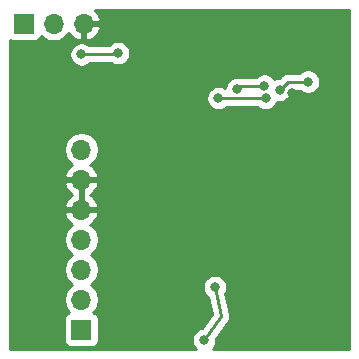
<source format=gbr>
%TF.GenerationSoftware,KiCad,Pcbnew,5.1.6-1.fc32*%
%TF.CreationDate,2020-06-07T18:14:15-07:00*%
%TF.ProjectId,hypnos,6879706e-6f73-42e6-9b69-6361645f7063,rev?*%
%TF.SameCoordinates,Original*%
%TF.FileFunction,Copper,L2,Bot*%
%TF.FilePolarity,Positive*%
%FSLAX46Y46*%
G04 Gerber Fmt 4.6, Leading zero omitted, Abs format (unit mm)*
G04 Created by KiCad (PCBNEW 5.1.6-1.fc32) date 2020-06-07 18:14:15*
%MOMM*%
%LPD*%
G01*
G04 APERTURE LIST*
%TA.AperFunction,ComponentPad*%
%ADD10O,1.700000X1.700000*%
%TD*%
%TA.AperFunction,ComponentPad*%
%ADD11R,1.700000X1.700000*%
%TD*%
%TA.AperFunction,ViaPad*%
%ADD12C,0.800000*%
%TD*%
%TA.AperFunction,Conductor*%
%ADD13C,0.250000*%
%TD*%
%TA.AperFunction,Conductor*%
%ADD14C,0.254000*%
%TD*%
G04 APERTURE END LIST*
D10*
%TO.P,J3,7*%
%TO.N,VDD*%
X106700000Y-107460000D03*
%TO.P,J3,6*%
%TO.N,GND*%
X106700000Y-110000000D03*
%TO.P,J3,5*%
X106700000Y-112540000D03*
%TO.P,J3,4*%
%TO.N,/~RESET*%
X106700000Y-115080000D03*
%TO.P,J3,3*%
%TO.N,/SWDCLK*%
X106700000Y-117620000D03*
%TO.P,J3,2*%
%TO.N,/SWDIO*%
X106700000Y-120160000D03*
D11*
%TO.P,J3,1*%
%TO.N,VDD*%
X106700000Y-122700000D03*
%TD*%
D10*
%TO.P,J1,3*%
%TO.N,GND*%
X106880000Y-96800000D03*
%TO.P,J1,2*%
%TO.N,/OFF_SWITCH*%
X104340000Y-96800000D03*
D11*
%TO.P,J1,1*%
%TO.N,/USER_INPUT*%
X101800000Y-96800000D03*
%TD*%
D12*
%TO.N,GND*%
X121700000Y-121700000D03*
X113600000Y-104800000D03*
X124500000Y-102700000D03*
X102300000Y-101900000D03*
X122614801Y-100514801D03*
X128400000Y-99300000D03*
%TO.N,VDD*%
X118000000Y-119100000D03*
X106700000Y-99400000D03*
X109800000Y-99300000D03*
X117100000Y-123600000D03*
%TO.N,Net-(U1-Pad8)*%
X122194525Y-102045249D03*
X119900000Y-102314990D03*
%TO.N,Net-(U1-Pad2)*%
X123484095Y-102397408D03*
X125885988Y-101714012D03*
%TO.N,/USER_INPUT*%
X122300000Y-103100000D03*
X118300000Y-103100000D03*
%TD*%
D13*
%TO.N,VDD*%
X106700000Y-99400000D02*
X109700000Y-99400000D01*
X109700000Y-99400000D02*
X109800000Y-99300000D01*
X117100000Y-123600000D02*
X118555086Y-121544913D01*
X118555086Y-121544913D02*
X118000000Y-119100000D01*
%TO.N,Net-(U1-Pad8)*%
X120169741Y-102045249D02*
X119900000Y-102314990D01*
X122194525Y-102045249D02*
X120169741Y-102045249D01*
%TO.N,Net-(U1-Pad2)*%
X125885988Y-101714012D02*
X124167491Y-101714012D01*
X124167491Y-101714012D02*
X123484095Y-102397408D01*
%TO.N,/USER_INPUT*%
X122300000Y-103100000D02*
X118300000Y-103100000D01*
%TD*%
D14*
%TO.N,GND*%
G36*
X129340001Y-124340000D02*
G01*
X117823711Y-124340000D01*
X117903937Y-124259774D01*
X118017205Y-124090256D01*
X118095226Y-123901898D01*
X118135000Y-123701939D01*
X118135000Y-123498061D01*
X118128068Y-123463211D01*
X119165650Y-121997785D01*
X119201243Y-121951955D01*
X119225560Y-121903361D01*
X119252467Y-121856139D01*
X119258996Y-121836542D01*
X119268237Y-121818074D01*
X119282606Y-121765671D01*
X119299785Y-121714106D01*
X119302365Y-121693614D01*
X119307826Y-121673697D01*
X119311696Y-121619489D01*
X119318483Y-121565572D01*
X119317015Y-121544972D01*
X119318486Y-121524370D01*
X119311705Y-121470439D01*
X119307844Y-121416243D01*
X119292510Y-121360286D01*
X118897383Y-119619922D01*
X118917205Y-119590256D01*
X118995226Y-119401898D01*
X119035000Y-119201939D01*
X119035000Y-118998061D01*
X118995226Y-118798102D01*
X118917205Y-118609744D01*
X118803937Y-118440226D01*
X118659774Y-118296063D01*
X118490256Y-118182795D01*
X118301898Y-118104774D01*
X118101939Y-118065000D01*
X117898061Y-118065000D01*
X117698102Y-118104774D01*
X117509744Y-118182795D01*
X117340226Y-118296063D01*
X117196063Y-118440226D01*
X117082795Y-118609744D01*
X117004774Y-118798102D01*
X116965000Y-118998061D01*
X116965000Y-119201939D01*
X117004774Y-119401898D01*
X117082795Y-119590256D01*
X117196063Y-119759774D01*
X117340226Y-119903937D01*
X117414441Y-119953526D01*
X117738869Y-121382493D01*
X116885795Y-122587331D01*
X116798102Y-122604774D01*
X116609744Y-122682795D01*
X116440226Y-122796063D01*
X116296063Y-122940226D01*
X116182795Y-123109744D01*
X116104774Y-123298102D01*
X116065000Y-123498061D01*
X116065000Y-123701939D01*
X116104774Y-123901898D01*
X116182795Y-124090256D01*
X116296063Y-124259774D01*
X116376289Y-124340000D01*
X100660000Y-124340000D01*
X100660000Y-121850000D01*
X105211928Y-121850000D01*
X105211928Y-123550000D01*
X105224188Y-123674482D01*
X105260498Y-123794180D01*
X105319463Y-123904494D01*
X105398815Y-124001185D01*
X105495506Y-124080537D01*
X105605820Y-124139502D01*
X105725518Y-124175812D01*
X105850000Y-124188072D01*
X107550000Y-124188072D01*
X107674482Y-124175812D01*
X107794180Y-124139502D01*
X107904494Y-124080537D01*
X108001185Y-124001185D01*
X108080537Y-123904494D01*
X108139502Y-123794180D01*
X108175812Y-123674482D01*
X108188072Y-123550000D01*
X108188072Y-121850000D01*
X108175812Y-121725518D01*
X108139502Y-121605820D01*
X108080537Y-121495506D01*
X108001185Y-121398815D01*
X107904494Y-121319463D01*
X107794180Y-121260498D01*
X107721620Y-121238487D01*
X107853475Y-121106632D01*
X108015990Y-120863411D01*
X108127932Y-120593158D01*
X108185000Y-120306260D01*
X108185000Y-120013740D01*
X108127932Y-119726842D01*
X108015990Y-119456589D01*
X107853475Y-119213368D01*
X107646632Y-119006525D01*
X107472240Y-118890000D01*
X107646632Y-118773475D01*
X107853475Y-118566632D01*
X108015990Y-118323411D01*
X108127932Y-118053158D01*
X108185000Y-117766260D01*
X108185000Y-117473740D01*
X108127932Y-117186842D01*
X108015990Y-116916589D01*
X107853475Y-116673368D01*
X107646632Y-116466525D01*
X107472240Y-116350000D01*
X107646632Y-116233475D01*
X107853475Y-116026632D01*
X108015990Y-115783411D01*
X108127932Y-115513158D01*
X108185000Y-115226260D01*
X108185000Y-114933740D01*
X108127932Y-114646842D01*
X108015990Y-114376589D01*
X107853475Y-114133368D01*
X107646632Y-113926525D01*
X107464466Y-113804805D01*
X107581355Y-113735178D01*
X107797588Y-113540269D01*
X107971641Y-113306920D01*
X108096825Y-113044099D01*
X108141476Y-112896890D01*
X108020155Y-112667000D01*
X106827000Y-112667000D01*
X106827000Y-112687000D01*
X106573000Y-112687000D01*
X106573000Y-112667000D01*
X105379845Y-112667000D01*
X105258524Y-112896890D01*
X105303175Y-113044099D01*
X105428359Y-113306920D01*
X105602412Y-113540269D01*
X105818645Y-113735178D01*
X105935534Y-113804805D01*
X105753368Y-113926525D01*
X105546525Y-114133368D01*
X105384010Y-114376589D01*
X105272068Y-114646842D01*
X105215000Y-114933740D01*
X105215000Y-115226260D01*
X105272068Y-115513158D01*
X105384010Y-115783411D01*
X105546525Y-116026632D01*
X105753368Y-116233475D01*
X105927760Y-116350000D01*
X105753368Y-116466525D01*
X105546525Y-116673368D01*
X105384010Y-116916589D01*
X105272068Y-117186842D01*
X105215000Y-117473740D01*
X105215000Y-117766260D01*
X105272068Y-118053158D01*
X105384010Y-118323411D01*
X105546525Y-118566632D01*
X105753368Y-118773475D01*
X105927760Y-118890000D01*
X105753368Y-119006525D01*
X105546525Y-119213368D01*
X105384010Y-119456589D01*
X105272068Y-119726842D01*
X105215000Y-120013740D01*
X105215000Y-120306260D01*
X105272068Y-120593158D01*
X105384010Y-120863411D01*
X105546525Y-121106632D01*
X105678380Y-121238487D01*
X105605820Y-121260498D01*
X105495506Y-121319463D01*
X105398815Y-121398815D01*
X105319463Y-121495506D01*
X105260498Y-121605820D01*
X105224188Y-121725518D01*
X105211928Y-121850000D01*
X100660000Y-121850000D01*
X100660000Y-110356890D01*
X105258524Y-110356890D01*
X105303175Y-110504099D01*
X105428359Y-110766920D01*
X105602412Y-111000269D01*
X105818645Y-111195178D01*
X105944255Y-111270000D01*
X105818645Y-111344822D01*
X105602412Y-111539731D01*
X105428359Y-111773080D01*
X105303175Y-112035901D01*
X105258524Y-112183110D01*
X105379845Y-112413000D01*
X106573000Y-112413000D01*
X106573000Y-110127000D01*
X106827000Y-110127000D01*
X106827000Y-112413000D01*
X108020155Y-112413000D01*
X108141476Y-112183110D01*
X108096825Y-112035901D01*
X107971641Y-111773080D01*
X107797588Y-111539731D01*
X107581355Y-111344822D01*
X107455745Y-111270000D01*
X107581355Y-111195178D01*
X107797588Y-111000269D01*
X107971641Y-110766920D01*
X108096825Y-110504099D01*
X108141476Y-110356890D01*
X108020155Y-110127000D01*
X106827000Y-110127000D01*
X106573000Y-110127000D01*
X105379845Y-110127000D01*
X105258524Y-110356890D01*
X100660000Y-110356890D01*
X100660000Y-107313740D01*
X105215000Y-107313740D01*
X105215000Y-107606260D01*
X105272068Y-107893158D01*
X105384010Y-108163411D01*
X105546525Y-108406632D01*
X105753368Y-108613475D01*
X105935534Y-108735195D01*
X105818645Y-108804822D01*
X105602412Y-108999731D01*
X105428359Y-109233080D01*
X105303175Y-109495901D01*
X105258524Y-109643110D01*
X105379845Y-109873000D01*
X106573000Y-109873000D01*
X106573000Y-109853000D01*
X106827000Y-109853000D01*
X106827000Y-109873000D01*
X108020155Y-109873000D01*
X108141476Y-109643110D01*
X108096825Y-109495901D01*
X107971641Y-109233080D01*
X107797588Y-108999731D01*
X107581355Y-108804822D01*
X107464466Y-108735195D01*
X107646632Y-108613475D01*
X107853475Y-108406632D01*
X108015990Y-108163411D01*
X108127932Y-107893158D01*
X108185000Y-107606260D01*
X108185000Y-107313740D01*
X108127932Y-107026842D01*
X108015990Y-106756589D01*
X107853475Y-106513368D01*
X107646632Y-106306525D01*
X107403411Y-106144010D01*
X107133158Y-106032068D01*
X106846260Y-105975000D01*
X106553740Y-105975000D01*
X106266842Y-106032068D01*
X105996589Y-106144010D01*
X105753368Y-106306525D01*
X105546525Y-106513368D01*
X105384010Y-106756589D01*
X105272068Y-107026842D01*
X105215000Y-107313740D01*
X100660000Y-107313740D01*
X100660000Y-102998061D01*
X117265000Y-102998061D01*
X117265000Y-103201939D01*
X117304774Y-103401898D01*
X117382795Y-103590256D01*
X117496063Y-103759774D01*
X117640226Y-103903937D01*
X117809744Y-104017205D01*
X117998102Y-104095226D01*
X118198061Y-104135000D01*
X118401939Y-104135000D01*
X118601898Y-104095226D01*
X118790256Y-104017205D01*
X118959774Y-103903937D01*
X119003711Y-103860000D01*
X121596289Y-103860000D01*
X121640226Y-103903937D01*
X121809744Y-104017205D01*
X121998102Y-104095226D01*
X122198061Y-104135000D01*
X122401939Y-104135000D01*
X122601898Y-104095226D01*
X122790256Y-104017205D01*
X122959774Y-103903937D01*
X123103937Y-103759774D01*
X123217205Y-103590256D01*
X123290167Y-103414110D01*
X123382156Y-103432408D01*
X123586034Y-103432408D01*
X123785993Y-103392634D01*
X123974351Y-103314613D01*
X124143869Y-103201345D01*
X124288032Y-103057182D01*
X124401300Y-102887664D01*
X124479321Y-102699306D01*
X124519095Y-102499347D01*
X124519095Y-102474012D01*
X125182277Y-102474012D01*
X125226214Y-102517949D01*
X125395732Y-102631217D01*
X125584090Y-102709238D01*
X125784049Y-102749012D01*
X125987927Y-102749012D01*
X126187886Y-102709238D01*
X126376244Y-102631217D01*
X126545762Y-102517949D01*
X126689925Y-102373786D01*
X126803193Y-102204268D01*
X126881214Y-102015910D01*
X126920988Y-101815951D01*
X126920988Y-101612073D01*
X126881214Y-101412114D01*
X126803193Y-101223756D01*
X126689925Y-101054238D01*
X126545762Y-100910075D01*
X126376244Y-100796807D01*
X126187886Y-100718786D01*
X125987927Y-100679012D01*
X125784049Y-100679012D01*
X125584090Y-100718786D01*
X125395732Y-100796807D01*
X125226214Y-100910075D01*
X125182277Y-100954012D01*
X124204814Y-100954012D01*
X124167491Y-100950336D01*
X124130168Y-100954012D01*
X124130158Y-100954012D01*
X124018505Y-100965009D01*
X123875244Y-101008466D01*
X123743214Y-101079038D01*
X123683501Y-101128044D01*
X123627490Y-101174011D01*
X123603692Y-101203010D01*
X123444293Y-101362408D01*
X123382156Y-101362408D01*
X123182197Y-101402182D01*
X123047034Y-101458169D01*
X122998462Y-101385475D01*
X122854299Y-101241312D01*
X122684781Y-101128044D01*
X122496423Y-101050023D01*
X122296464Y-101010249D01*
X122092586Y-101010249D01*
X121892627Y-101050023D01*
X121704269Y-101128044D01*
X121534751Y-101241312D01*
X121490814Y-101285249D01*
X120207063Y-101285249D01*
X120169740Y-101281573D01*
X120132417Y-101285249D01*
X120132408Y-101285249D01*
X120062830Y-101292102D01*
X120001939Y-101279990D01*
X119798061Y-101279990D01*
X119598102Y-101319764D01*
X119409744Y-101397785D01*
X119240226Y-101511053D01*
X119096063Y-101655216D01*
X118982795Y-101824734D01*
X118904774Y-102013092D01*
X118865000Y-102213051D01*
X118865000Y-102232737D01*
X118790256Y-102182795D01*
X118601898Y-102104774D01*
X118401939Y-102065000D01*
X118198061Y-102065000D01*
X117998102Y-102104774D01*
X117809744Y-102182795D01*
X117640226Y-102296063D01*
X117496063Y-102440226D01*
X117382795Y-102609744D01*
X117304774Y-102798102D01*
X117265000Y-102998061D01*
X100660000Y-102998061D01*
X100660000Y-99298061D01*
X105665000Y-99298061D01*
X105665000Y-99501939D01*
X105704774Y-99701898D01*
X105782795Y-99890256D01*
X105896063Y-100059774D01*
X106040226Y-100203937D01*
X106209744Y-100317205D01*
X106398102Y-100395226D01*
X106598061Y-100435000D01*
X106801939Y-100435000D01*
X107001898Y-100395226D01*
X107190256Y-100317205D01*
X107359774Y-100203937D01*
X107403711Y-100160000D01*
X109224130Y-100160000D01*
X109309744Y-100217205D01*
X109498102Y-100295226D01*
X109698061Y-100335000D01*
X109901939Y-100335000D01*
X110101898Y-100295226D01*
X110290256Y-100217205D01*
X110459774Y-100103937D01*
X110603937Y-99959774D01*
X110717205Y-99790256D01*
X110795226Y-99601898D01*
X110835000Y-99401939D01*
X110835000Y-99198061D01*
X110795226Y-98998102D01*
X110717205Y-98809744D01*
X110603937Y-98640226D01*
X110459774Y-98496063D01*
X110290256Y-98382795D01*
X110101898Y-98304774D01*
X109901939Y-98265000D01*
X109698061Y-98265000D01*
X109498102Y-98304774D01*
X109309744Y-98382795D01*
X109140226Y-98496063D01*
X108996289Y-98640000D01*
X107403711Y-98640000D01*
X107359774Y-98596063D01*
X107190256Y-98482795D01*
X107001898Y-98404774D01*
X106801939Y-98365000D01*
X106598061Y-98365000D01*
X106398102Y-98404774D01*
X106209744Y-98482795D01*
X106040226Y-98596063D01*
X105896063Y-98740226D01*
X105782795Y-98909744D01*
X105704774Y-99098102D01*
X105665000Y-99298061D01*
X100660000Y-99298061D01*
X100660000Y-98215010D01*
X100705820Y-98239502D01*
X100825518Y-98275812D01*
X100950000Y-98288072D01*
X102650000Y-98288072D01*
X102774482Y-98275812D01*
X102894180Y-98239502D01*
X103004494Y-98180537D01*
X103101185Y-98101185D01*
X103180537Y-98004494D01*
X103239502Y-97894180D01*
X103261513Y-97821620D01*
X103393368Y-97953475D01*
X103636589Y-98115990D01*
X103906842Y-98227932D01*
X104193740Y-98285000D01*
X104486260Y-98285000D01*
X104773158Y-98227932D01*
X105043411Y-98115990D01*
X105286632Y-97953475D01*
X105493475Y-97746632D01*
X105615195Y-97564466D01*
X105684822Y-97681355D01*
X105879731Y-97897588D01*
X106113080Y-98071641D01*
X106375901Y-98196825D01*
X106523110Y-98241476D01*
X106753000Y-98120155D01*
X106753000Y-96927000D01*
X107007000Y-96927000D01*
X107007000Y-98120155D01*
X107236890Y-98241476D01*
X107384099Y-98196825D01*
X107646920Y-98071641D01*
X107880269Y-97897588D01*
X108075178Y-97681355D01*
X108224157Y-97431252D01*
X108321481Y-97156891D01*
X108200814Y-96927000D01*
X107007000Y-96927000D01*
X106753000Y-96927000D01*
X106733000Y-96927000D01*
X106733000Y-96673000D01*
X106753000Y-96673000D01*
X106753000Y-96653000D01*
X107007000Y-96653000D01*
X107007000Y-96673000D01*
X108200814Y-96673000D01*
X108321481Y-96443109D01*
X108224157Y-96168748D01*
X108075178Y-95918645D01*
X107880269Y-95702412D01*
X107823408Y-95660000D01*
X129340000Y-95660000D01*
X129340001Y-124340000D01*
G37*
X129340001Y-124340000D02*
X117823711Y-124340000D01*
X117903937Y-124259774D01*
X118017205Y-124090256D01*
X118095226Y-123901898D01*
X118135000Y-123701939D01*
X118135000Y-123498061D01*
X118128068Y-123463211D01*
X119165650Y-121997785D01*
X119201243Y-121951955D01*
X119225560Y-121903361D01*
X119252467Y-121856139D01*
X119258996Y-121836542D01*
X119268237Y-121818074D01*
X119282606Y-121765671D01*
X119299785Y-121714106D01*
X119302365Y-121693614D01*
X119307826Y-121673697D01*
X119311696Y-121619489D01*
X119318483Y-121565572D01*
X119317015Y-121544972D01*
X119318486Y-121524370D01*
X119311705Y-121470439D01*
X119307844Y-121416243D01*
X119292510Y-121360286D01*
X118897383Y-119619922D01*
X118917205Y-119590256D01*
X118995226Y-119401898D01*
X119035000Y-119201939D01*
X119035000Y-118998061D01*
X118995226Y-118798102D01*
X118917205Y-118609744D01*
X118803937Y-118440226D01*
X118659774Y-118296063D01*
X118490256Y-118182795D01*
X118301898Y-118104774D01*
X118101939Y-118065000D01*
X117898061Y-118065000D01*
X117698102Y-118104774D01*
X117509744Y-118182795D01*
X117340226Y-118296063D01*
X117196063Y-118440226D01*
X117082795Y-118609744D01*
X117004774Y-118798102D01*
X116965000Y-118998061D01*
X116965000Y-119201939D01*
X117004774Y-119401898D01*
X117082795Y-119590256D01*
X117196063Y-119759774D01*
X117340226Y-119903937D01*
X117414441Y-119953526D01*
X117738869Y-121382493D01*
X116885795Y-122587331D01*
X116798102Y-122604774D01*
X116609744Y-122682795D01*
X116440226Y-122796063D01*
X116296063Y-122940226D01*
X116182795Y-123109744D01*
X116104774Y-123298102D01*
X116065000Y-123498061D01*
X116065000Y-123701939D01*
X116104774Y-123901898D01*
X116182795Y-124090256D01*
X116296063Y-124259774D01*
X116376289Y-124340000D01*
X100660000Y-124340000D01*
X100660000Y-121850000D01*
X105211928Y-121850000D01*
X105211928Y-123550000D01*
X105224188Y-123674482D01*
X105260498Y-123794180D01*
X105319463Y-123904494D01*
X105398815Y-124001185D01*
X105495506Y-124080537D01*
X105605820Y-124139502D01*
X105725518Y-124175812D01*
X105850000Y-124188072D01*
X107550000Y-124188072D01*
X107674482Y-124175812D01*
X107794180Y-124139502D01*
X107904494Y-124080537D01*
X108001185Y-124001185D01*
X108080537Y-123904494D01*
X108139502Y-123794180D01*
X108175812Y-123674482D01*
X108188072Y-123550000D01*
X108188072Y-121850000D01*
X108175812Y-121725518D01*
X108139502Y-121605820D01*
X108080537Y-121495506D01*
X108001185Y-121398815D01*
X107904494Y-121319463D01*
X107794180Y-121260498D01*
X107721620Y-121238487D01*
X107853475Y-121106632D01*
X108015990Y-120863411D01*
X108127932Y-120593158D01*
X108185000Y-120306260D01*
X108185000Y-120013740D01*
X108127932Y-119726842D01*
X108015990Y-119456589D01*
X107853475Y-119213368D01*
X107646632Y-119006525D01*
X107472240Y-118890000D01*
X107646632Y-118773475D01*
X107853475Y-118566632D01*
X108015990Y-118323411D01*
X108127932Y-118053158D01*
X108185000Y-117766260D01*
X108185000Y-117473740D01*
X108127932Y-117186842D01*
X108015990Y-116916589D01*
X107853475Y-116673368D01*
X107646632Y-116466525D01*
X107472240Y-116350000D01*
X107646632Y-116233475D01*
X107853475Y-116026632D01*
X108015990Y-115783411D01*
X108127932Y-115513158D01*
X108185000Y-115226260D01*
X108185000Y-114933740D01*
X108127932Y-114646842D01*
X108015990Y-114376589D01*
X107853475Y-114133368D01*
X107646632Y-113926525D01*
X107464466Y-113804805D01*
X107581355Y-113735178D01*
X107797588Y-113540269D01*
X107971641Y-113306920D01*
X108096825Y-113044099D01*
X108141476Y-112896890D01*
X108020155Y-112667000D01*
X106827000Y-112667000D01*
X106827000Y-112687000D01*
X106573000Y-112687000D01*
X106573000Y-112667000D01*
X105379845Y-112667000D01*
X105258524Y-112896890D01*
X105303175Y-113044099D01*
X105428359Y-113306920D01*
X105602412Y-113540269D01*
X105818645Y-113735178D01*
X105935534Y-113804805D01*
X105753368Y-113926525D01*
X105546525Y-114133368D01*
X105384010Y-114376589D01*
X105272068Y-114646842D01*
X105215000Y-114933740D01*
X105215000Y-115226260D01*
X105272068Y-115513158D01*
X105384010Y-115783411D01*
X105546525Y-116026632D01*
X105753368Y-116233475D01*
X105927760Y-116350000D01*
X105753368Y-116466525D01*
X105546525Y-116673368D01*
X105384010Y-116916589D01*
X105272068Y-117186842D01*
X105215000Y-117473740D01*
X105215000Y-117766260D01*
X105272068Y-118053158D01*
X105384010Y-118323411D01*
X105546525Y-118566632D01*
X105753368Y-118773475D01*
X105927760Y-118890000D01*
X105753368Y-119006525D01*
X105546525Y-119213368D01*
X105384010Y-119456589D01*
X105272068Y-119726842D01*
X105215000Y-120013740D01*
X105215000Y-120306260D01*
X105272068Y-120593158D01*
X105384010Y-120863411D01*
X105546525Y-121106632D01*
X105678380Y-121238487D01*
X105605820Y-121260498D01*
X105495506Y-121319463D01*
X105398815Y-121398815D01*
X105319463Y-121495506D01*
X105260498Y-121605820D01*
X105224188Y-121725518D01*
X105211928Y-121850000D01*
X100660000Y-121850000D01*
X100660000Y-110356890D01*
X105258524Y-110356890D01*
X105303175Y-110504099D01*
X105428359Y-110766920D01*
X105602412Y-111000269D01*
X105818645Y-111195178D01*
X105944255Y-111270000D01*
X105818645Y-111344822D01*
X105602412Y-111539731D01*
X105428359Y-111773080D01*
X105303175Y-112035901D01*
X105258524Y-112183110D01*
X105379845Y-112413000D01*
X106573000Y-112413000D01*
X106573000Y-110127000D01*
X106827000Y-110127000D01*
X106827000Y-112413000D01*
X108020155Y-112413000D01*
X108141476Y-112183110D01*
X108096825Y-112035901D01*
X107971641Y-111773080D01*
X107797588Y-111539731D01*
X107581355Y-111344822D01*
X107455745Y-111270000D01*
X107581355Y-111195178D01*
X107797588Y-111000269D01*
X107971641Y-110766920D01*
X108096825Y-110504099D01*
X108141476Y-110356890D01*
X108020155Y-110127000D01*
X106827000Y-110127000D01*
X106573000Y-110127000D01*
X105379845Y-110127000D01*
X105258524Y-110356890D01*
X100660000Y-110356890D01*
X100660000Y-107313740D01*
X105215000Y-107313740D01*
X105215000Y-107606260D01*
X105272068Y-107893158D01*
X105384010Y-108163411D01*
X105546525Y-108406632D01*
X105753368Y-108613475D01*
X105935534Y-108735195D01*
X105818645Y-108804822D01*
X105602412Y-108999731D01*
X105428359Y-109233080D01*
X105303175Y-109495901D01*
X105258524Y-109643110D01*
X105379845Y-109873000D01*
X106573000Y-109873000D01*
X106573000Y-109853000D01*
X106827000Y-109853000D01*
X106827000Y-109873000D01*
X108020155Y-109873000D01*
X108141476Y-109643110D01*
X108096825Y-109495901D01*
X107971641Y-109233080D01*
X107797588Y-108999731D01*
X107581355Y-108804822D01*
X107464466Y-108735195D01*
X107646632Y-108613475D01*
X107853475Y-108406632D01*
X108015990Y-108163411D01*
X108127932Y-107893158D01*
X108185000Y-107606260D01*
X108185000Y-107313740D01*
X108127932Y-107026842D01*
X108015990Y-106756589D01*
X107853475Y-106513368D01*
X107646632Y-106306525D01*
X107403411Y-106144010D01*
X107133158Y-106032068D01*
X106846260Y-105975000D01*
X106553740Y-105975000D01*
X106266842Y-106032068D01*
X105996589Y-106144010D01*
X105753368Y-106306525D01*
X105546525Y-106513368D01*
X105384010Y-106756589D01*
X105272068Y-107026842D01*
X105215000Y-107313740D01*
X100660000Y-107313740D01*
X100660000Y-102998061D01*
X117265000Y-102998061D01*
X117265000Y-103201939D01*
X117304774Y-103401898D01*
X117382795Y-103590256D01*
X117496063Y-103759774D01*
X117640226Y-103903937D01*
X117809744Y-104017205D01*
X117998102Y-104095226D01*
X118198061Y-104135000D01*
X118401939Y-104135000D01*
X118601898Y-104095226D01*
X118790256Y-104017205D01*
X118959774Y-103903937D01*
X119003711Y-103860000D01*
X121596289Y-103860000D01*
X121640226Y-103903937D01*
X121809744Y-104017205D01*
X121998102Y-104095226D01*
X122198061Y-104135000D01*
X122401939Y-104135000D01*
X122601898Y-104095226D01*
X122790256Y-104017205D01*
X122959774Y-103903937D01*
X123103937Y-103759774D01*
X123217205Y-103590256D01*
X123290167Y-103414110D01*
X123382156Y-103432408D01*
X123586034Y-103432408D01*
X123785993Y-103392634D01*
X123974351Y-103314613D01*
X124143869Y-103201345D01*
X124288032Y-103057182D01*
X124401300Y-102887664D01*
X124479321Y-102699306D01*
X124519095Y-102499347D01*
X124519095Y-102474012D01*
X125182277Y-102474012D01*
X125226214Y-102517949D01*
X125395732Y-102631217D01*
X125584090Y-102709238D01*
X125784049Y-102749012D01*
X125987927Y-102749012D01*
X126187886Y-102709238D01*
X126376244Y-102631217D01*
X126545762Y-102517949D01*
X126689925Y-102373786D01*
X126803193Y-102204268D01*
X126881214Y-102015910D01*
X126920988Y-101815951D01*
X126920988Y-101612073D01*
X126881214Y-101412114D01*
X126803193Y-101223756D01*
X126689925Y-101054238D01*
X126545762Y-100910075D01*
X126376244Y-100796807D01*
X126187886Y-100718786D01*
X125987927Y-100679012D01*
X125784049Y-100679012D01*
X125584090Y-100718786D01*
X125395732Y-100796807D01*
X125226214Y-100910075D01*
X125182277Y-100954012D01*
X124204814Y-100954012D01*
X124167491Y-100950336D01*
X124130168Y-100954012D01*
X124130158Y-100954012D01*
X124018505Y-100965009D01*
X123875244Y-101008466D01*
X123743214Y-101079038D01*
X123683501Y-101128044D01*
X123627490Y-101174011D01*
X123603692Y-101203010D01*
X123444293Y-101362408D01*
X123382156Y-101362408D01*
X123182197Y-101402182D01*
X123047034Y-101458169D01*
X122998462Y-101385475D01*
X122854299Y-101241312D01*
X122684781Y-101128044D01*
X122496423Y-101050023D01*
X122296464Y-101010249D01*
X122092586Y-101010249D01*
X121892627Y-101050023D01*
X121704269Y-101128044D01*
X121534751Y-101241312D01*
X121490814Y-101285249D01*
X120207063Y-101285249D01*
X120169740Y-101281573D01*
X120132417Y-101285249D01*
X120132408Y-101285249D01*
X120062830Y-101292102D01*
X120001939Y-101279990D01*
X119798061Y-101279990D01*
X119598102Y-101319764D01*
X119409744Y-101397785D01*
X119240226Y-101511053D01*
X119096063Y-101655216D01*
X118982795Y-101824734D01*
X118904774Y-102013092D01*
X118865000Y-102213051D01*
X118865000Y-102232737D01*
X118790256Y-102182795D01*
X118601898Y-102104774D01*
X118401939Y-102065000D01*
X118198061Y-102065000D01*
X117998102Y-102104774D01*
X117809744Y-102182795D01*
X117640226Y-102296063D01*
X117496063Y-102440226D01*
X117382795Y-102609744D01*
X117304774Y-102798102D01*
X117265000Y-102998061D01*
X100660000Y-102998061D01*
X100660000Y-99298061D01*
X105665000Y-99298061D01*
X105665000Y-99501939D01*
X105704774Y-99701898D01*
X105782795Y-99890256D01*
X105896063Y-100059774D01*
X106040226Y-100203937D01*
X106209744Y-100317205D01*
X106398102Y-100395226D01*
X106598061Y-100435000D01*
X106801939Y-100435000D01*
X107001898Y-100395226D01*
X107190256Y-100317205D01*
X107359774Y-100203937D01*
X107403711Y-100160000D01*
X109224130Y-100160000D01*
X109309744Y-100217205D01*
X109498102Y-100295226D01*
X109698061Y-100335000D01*
X109901939Y-100335000D01*
X110101898Y-100295226D01*
X110290256Y-100217205D01*
X110459774Y-100103937D01*
X110603937Y-99959774D01*
X110717205Y-99790256D01*
X110795226Y-99601898D01*
X110835000Y-99401939D01*
X110835000Y-99198061D01*
X110795226Y-98998102D01*
X110717205Y-98809744D01*
X110603937Y-98640226D01*
X110459774Y-98496063D01*
X110290256Y-98382795D01*
X110101898Y-98304774D01*
X109901939Y-98265000D01*
X109698061Y-98265000D01*
X109498102Y-98304774D01*
X109309744Y-98382795D01*
X109140226Y-98496063D01*
X108996289Y-98640000D01*
X107403711Y-98640000D01*
X107359774Y-98596063D01*
X107190256Y-98482795D01*
X107001898Y-98404774D01*
X106801939Y-98365000D01*
X106598061Y-98365000D01*
X106398102Y-98404774D01*
X106209744Y-98482795D01*
X106040226Y-98596063D01*
X105896063Y-98740226D01*
X105782795Y-98909744D01*
X105704774Y-99098102D01*
X105665000Y-99298061D01*
X100660000Y-99298061D01*
X100660000Y-98215010D01*
X100705820Y-98239502D01*
X100825518Y-98275812D01*
X100950000Y-98288072D01*
X102650000Y-98288072D01*
X102774482Y-98275812D01*
X102894180Y-98239502D01*
X103004494Y-98180537D01*
X103101185Y-98101185D01*
X103180537Y-98004494D01*
X103239502Y-97894180D01*
X103261513Y-97821620D01*
X103393368Y-97953475D01*
X103636589Y-98115990D01*
X103906842Y-98227932D01*
X104193740Y-98285000D01*
X104486260Y-98285000D01*
X104773158Y-98227932D01*
X105043411Y-98115990D01*
X105286632Y-97953475D01*
X105493475Y-97746632D01*
X105615195Y-97564466D01*
X105684822Y-97681355D01*
X105879731Y-97897588D01*
X106113080Y-98071641D01*
X106375901Y-98196825D01*
X106523110Y-98241476D01*
X106753000Y-98120155D01*
X106753000Y-96927000D01*
X107007000Y-96927000D01*
X107007000Y-98120155D01*
X107236890Y-98241476D01*
X107384099Y-98196825D01*
X107646920Y-98071641D01*
X107880269Y-97897588D01*
X108075178Y-97681355D01*
X108224157Y-97431252D01*
X108321481Y-97156891D01*
X108200814Y-96927000D01*
X107007000Y-96927000D01*
X106753000Y-96927000D01*
X106733000Y-96927000D01*
X106733000Y-96673000D01*
X106753000Y-96673000D01*
X106753000Y-96653000D01*
X107007000Y-96653000D01*
X107007000Y-96673000D01*
X108200814Y-96673000D01*
X108321481Y-96443109D01*
X108224157Y-96168748D01*
X108075178Y-95918645D01*
X107880269Y-95702412D01*
X107823408Y-95660000D01*
X129340000Y-95660000D01*
X129340001Y-124340000D01*
%TD*%
M02*

</source>
